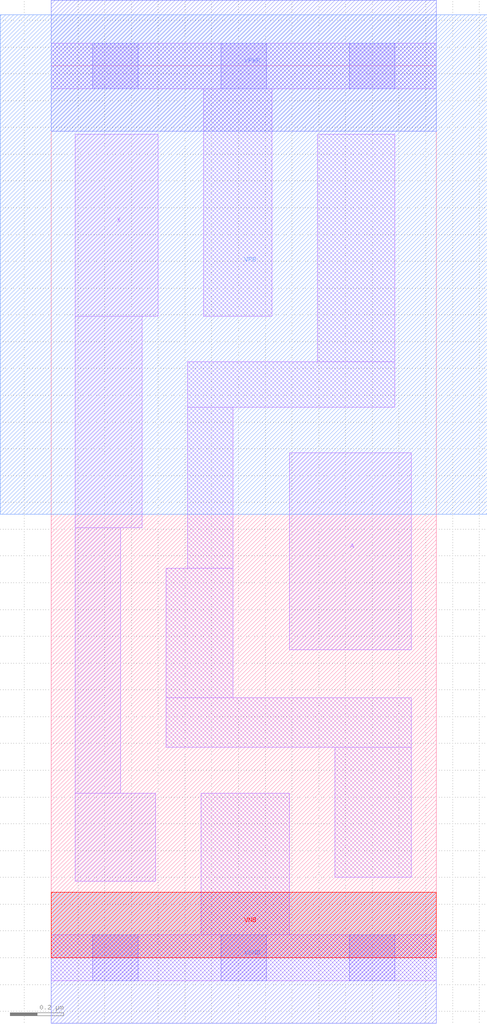
<source format=lef>
# Copyright 2020 The SkyWater PDK Authors
#
# Licensed under the Apache License, Version 2.0 (the "License");
# you may not use this file except in compliance with the License.
# You may obtain a copy of the License at
#
#     https://www.apache.org/licenses/LICENSE-2.0
#
# Unless required by applicable law or agreed to in writing, software
# distributed under the License is distributed on an "AS IS" BASIS,
# WITHOUT WARRANTIES OR CONDITIONS OF ANY KIND, either express or implied.
# See the License for the specific language governing permissions and
# limitations under the License.
#
# SPDX-License-Identifier: Apache-2.0

VERSION 5.7 ;
  NOWIREEXTENSIONATPIN ON ;
  DIVIDERCHAR "/" ;
  BUSBITCHARS "[]" ;
MACRO sky130_fd_sc_lp__clkbuf_0
  CLASS CORE ;
  FOREIGN sky130_fd_sc_lp__clkbuf_0 ;
  ORIGIN  0.000000  0.000000 ;
  SIZE  1.440000 BY  3.330000 ;
  SYMMETRY X Y R90 ;
  SITE unit ;
  PIN A
    ANTENNAGATEAREA  0.159000 ;
    DIRECTION INPUT ;
    USE SIGNAL ;
    PORT
      LAYER li1 ;
        RECT 0.890000 1.150000 1.345000 1.885000 ;
    END
  END A
  PIN X
    ANTENNADIFFAREA  0.280900 ;
    DIRECTION OUTPUT ;
    USE SIGNAL ;
    PORT
      LAYER li1 ;
        RECT 0.090000 0.285000 0.390000 0.615000 ;
        RECT 0.090000 0.615000 0.260000 1.605000 ;
        RECT 0.090000 1.605000 0.340000 2.395000 ;
        RECT 0.090000 2.395000 0.400000 3.075000 ;
    END
  END X
  PIN VGND
    DIRECTION INOUT ;
    USE GROUND ;
    PORT
      LAYER met1 ;
        RECT 0.000000 -0.245000 1.440000 0.245000 ;
    END
  END VGND
  PIN VNB
    DIRECTION INOUT ;
    USE GROUND ;
    PORT
      LAYER pwell ;
        RECT 0.000000 0.000000 1.440000 0.245000 ;
    END
  END VNB
  PIN VPB
    DIRECTION INOUT ;
    USE POWER ;
    PORT
      LAYER nwell ;
        RECT -0.190000 1.655000 1.630000 3.520000 ;
    END
  END VPB
  PIN VPWR
    DIRECTION INOUT ;
    USE POWER ;
    PORT
      LAYER met1 ;
        RECT 0.000000 3.085000 1.440000 3.575000 ;
    END
  END VPWR
  OBS
    LAYER li1 ;
      RECT 0.000000 -0.085000 1.440000 0.085000 ;
      RECT 0.000000  3.245000 1.440000 3.415000 ;
      RECT 0.430000  0.785000 1.345000 0.970000 ;
      RECT 0.430000  0.970000 0.680000 1.455000 ;
      RECT 0.510000  1.455000 0.680000 2.055000 ;
      RECT 0.510000  2.055000 1.285000 2.225000 ;
      RECT 0.560000  0.085000 0.890000 0.615000 ;
      RECT 0.570000  2.395000 0.825000 3.245000 ;
      RECT 0.995000  2.225000 1.285000 3.075000 ;
      RECT 1.060000  0.300000 1.345000 0.785000 ;
    LAYER mcon ;
      RECT 0.155000 -0.085000 0.325000 0.085000 ;
      RECT 0.155000  3.245000 0.325000 3.415000 ;
      RECT 0.635000 -0.085000 0.805000 0.085000 ;
      RECT 0.635000  3.245000 0.805000 3.415000 ;
      RECT 1.115000 -0.085000 1.285000 0.085000 ;
      RECT 1.115000  3.245000 1.285000 3.415000 ;
  END
END sky130_fd_sc_lp__clkbuf_0
END LIBRARY

</source>
